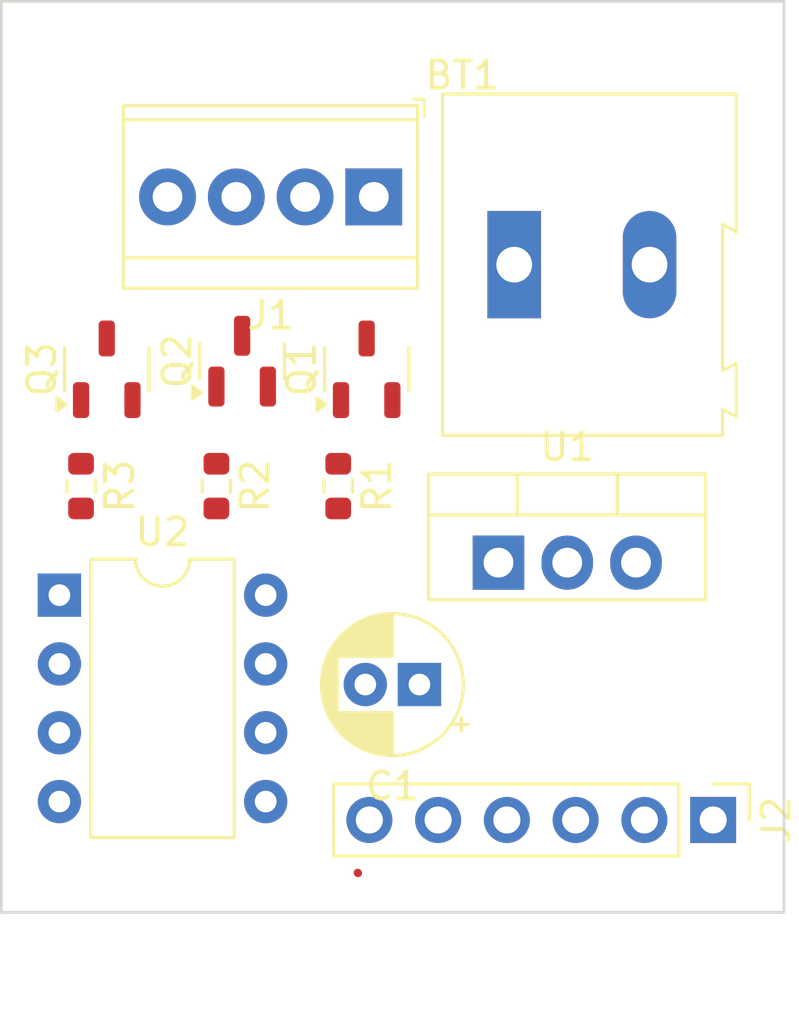
<source format=kicad_pcb>
(kicad_pcb (version 20240108) (generator "pcbnew") (generator_version "8.0")
  (layers (0 "F.Cu" signal) (31 "B.Cu" signal) (34 "B.Paste" user) (35 "F.Paste" user) (36 "B.SilkS" user "B.Silkscreen") (37 "F.SilkS" user "F.Silkscreen") (38 "B.Mask" user) (39 "F.Mask" user) (44 "Edge.Cuts" user))
  (net 0 "")
  (net 1 "Net-(J1-Pin_2)")
  (net 2 "GND")
  (net 3 "Net-(J1-Pin_3)")
  (net 4 "Net-(Q3-G)")
  (net 5 "Net-(J1-Pin_4)")
  (net 6 "Net-(BT1-+)")
  (net 8 "Net-(J2-Pin_1)")
  (net 9 "Net-(J2-Pin_3)")
  (net 10 "Net-(J2-Pin_4)")
  (net 11 "Net-(J2-Pin_5)")
  (net 12 "Net-(J2-Pin_6)")
  (footprint "Package_TO_SOT_SMD:SOT-23" (layer "F.Cu") (at 104.95 89.0625 90)
    (property "Reference" "Q2" (at 0 -2.4 90) (layer "F.SilkS"))
    (property "Value" "IRLML6244")
    (fp_line (start 0 -1.56) (end 0.65 -1.56) (stroke (width 0.12)) (layer "F.SilkS"))
    (fp_line (start 0 -1.56) (end -0.65 -1.56) (stroke (width 0.12)) (layer "F.SilkS"))
    (fp_line (start 0 1.56) (end 0.65 1.56) (stroke (width 0.12)) (layer "F.SilkS"))
    (fp_line (start 0 1.56) (end -0.65 1.56) (stroke (width 0.12)) (layer "F.SilkS"))
    (fp_poly (pts (xy -1.1625 -1.51) (xy -1.4025 -1.84) (xy -0.9225 -1.84) (xy -1.1625 -1.51)) (stroke (width 0.12)) (fill solid) (layer "F.SilkS"))
    (pad "1" smd roundrect (at -0.9375 -0.95 90) (size 1.475 0.6) (layers "F.Cu" "F.Paste" "F.Mask") (net 10 "Net-(J2-Pin_4)"))
    (pad "2" smd roundrect (at -0.9375 0.95 90) (size 1.475 0.6) (layers "F.Cu" "F.Paste" "F.Mask") (net 3 "Net-(J1-Pin_3)"))
    (pad "3" smd roundrect (at 0.9375 0 90) (size 1.475 0.6) (layers "F.Cu" "F.Paste" "F.Mask") (net 2 "GND"))
  )
  (footprint "Capacitor_THT:CP_Radial_D5.0mm_P2.00mm" (layer "F.Cu") (at 111.5 101 180)
    (property "Reference" "C1" (at 1 -3.75 360) (layer "F.SilkS"))
    (property "Value" "100nF")
    (fp_line (start 3.601 -0.284) (end 3.601 0.284) (stroke (width 0.12)) (layer "F.SilkS"))
    (fp_line (start 3.561 -0.518) (end 3.561 0.518) (stroke (width 0.12)) (layer "F.SilkS"))
    (fp_line (start 3.521 -0.677) (end 3.521 0.677) (stroke (width 0.12)) (layer "F.SilkS"))
    (fp_line (start 3.481 -0.805) (end 3.481 0.805) (stroke (width 0.12)) (layer "F.SilkS"))
    (fp_line (start 3.441 -0.915) (end 3.441 0.915) (stroke (width 0.12)) (layer "F.SilkS"))
    (fp_line (start 3.401 -1.011) (end 3.401 1.011) (stroke (width 0.12)) (layer "F.SilkS"))
    (fp_line (start 3.361 -1.098) (end 3.361 1.098) (stroke (width 0.12)) (layer "F.SilkS"))
    (fp_line (start 3.321 -1.178) (end 3.321 1.178) (stroke (width 0.12)) (layer "F.SilkS"))
    (fp_line (start 3.281 -1.251) (end 3.281 1.251) (stroke (width 0.12)) (layer "F.SilkS"))
    (fp_line (start 3.241 -1.319) (end 3.241 1.319) (stroke (width 0.12)) (layer "F.SilkS"))
    (fp_line (start 3.201 -1.383) (end 3.201 1.383) (stroke (width 0.12)) (layer "F.SilkS"))
    (fp_line (start 3.161 -1.443) (end 3.161 1.443) (stroke (width 0.12)) (layer "F.SilkS"))
    (fp_line (start 3.121 -1.5) (end 3.121 1.5) (stroke (width 0.12)) (layer "F.SilkS"))
    (fp_line (start 3.081 -1.554) (end 3.081 1.554) (stroke (width 0.12)) (layer "F.SilkS"))
    (fp_line (start 3.041 -1.605) (end 3.041 1.605) (stroke (width 0.12)) (layer "F.SilkS"))
    (fp_line (start 3.001 1.04) (end 3.001 1.653) (stroke (width 0.12)) (layer "F.SilkS"))
    (fp_line (start 3.001 -1.653) (end 3.001 -1.04) (stroke (width 0.12)) (layer "F.SilkS"))
    (fp_line (start 2.961 1.04) (end 2.961 1.699) (stroke (width 0.12)) (layer "F.SilkS"))
    (fp_line (start 2.961 -1.699) (end 2.961 -1.04) (stroke (width 0.12)) (layer "F.SilkS"))
    (fp_line (start 2.921 1.04) (end 2.921 1.743) (stroke (width 0.12)) (layer "F.SilkS"))
    (fp_line (start 2.921 -1.743) (end 2.921 -1.04) (stroke (width 0.12)) (layer "F.SilkS"))
    (fp_line (start 2.881 1.04) (end 2.881 1.785) (stroke (width 0.12)) (layer "F.SilkS"))
    (fp_line (start 2.881 -1.785) (end 2.881 -1.04) (stroke (width 0.12)) (layer "F.SilkS"))
    (fp_line (start 2.841 1.04) (end 2.841 1.826) (stroke (width 0.12)) (layer "F.SilkS"))
    (fp_line (start 2.841 -1.826) (end 2.841 -1.04) (stroke (width 0.12)) (layer "F.SilkS"))
    (fp_line (start 2.801 1.04) (end 2.801 1.864) (stroke (width 0.12)) (layer "F.SilkS"))
    (fp_line (start 2.801 -1.864) (end 2.801 -1.04) (stroke (width 0.12)) (layer "F.SilkS"))
    (fp_line (start 2.761 1.04) (end 2.761 1.901) (stroke (width 0.12)) (layer "F.SilkS"))
    (fp_line (start 2.761 -1.901) (end 2.761 -1.04) (stroke (width 0.12)) (layer "F.SilkS"))
    (fp_line (start 2.721 1.04) (end 2.721 1.937) (stroke (width 0.12)) (layer "F.SilkS"))
    (fp_line (start 2.721 -1.937) (end 2.721 -1.04) (stroke (width 0.12)) (layer "F.SilkS"))
    (fp_line (start 2.681 1.04) (end 2.681 1.971) (stroke (width 0.12)) (layer "F.SilkS"))
    (fp_line (start 2.681 -1.971) (end 2.681 -1.04) (stroke (width 0.12)) (layer "F.SilkS"))
    (fp_line (start 2.641 1.04) (end 2.641 2.004) (stroke (width 0.12)) (layer "F.SilkS"))
    (fp_line (start 2.641 -2.004) (end 2.641 -1.04) (stroke (width 0.12)) (layer "F.SilkS"))
    (fp_line (start 2.601 1.04) (end 2.601 2.035) (stroke (width 0.12)) (layer "F.SilkS"))
    (fp_line (start 2.601 -2.035) (end 2.601 -1.04) (stroke (width 0.12)) (layer "F.SilkS"))
    (fp_line (start 2.561 1.04) (end 2.561 2.065) (stroke (width 0.12)) (layer "F.SilkS"))
    (fp_line (start 2.561 -2.065) (end 2.561 -1.04) (stroke (width 0.12)) (layer "F.SilkS"))
    (fp_line (start 2.521 1.04) (end 2.521 2.095) (stroke (width 0.12)) (layer "F.SilkS"))
    (fp_line (start 2.521 -2.095) (end 2.521 -1.04) (stroke (width 0.12)) (layer "F.SilkS"))
    (fp_line (start 2.481 1.04) (end 2.481 2.122) (stroke (width 0.12)) (layer "F.SilkS"))
    (fp_line (start 2.481 -2.122) (end 2.481 -1.04) (stroke (width 0.12)) (layer "F.SilkS"))
    (fp_line (start 2.441 1.04) (end 2.441 2.149) (stroke (width 0.12)) (layer "F.SilkS"))
    (fp_line (start 2.441 -2.149) (end 2.441 -1.04) (stroke (width 0.12)) (layer "F.SilkS"))
    (fp_line (start 2.401 1.04) (end 2.401 2.175) (stroke (width 0.12)) (layer "F.SilkS"))
    (fp_line (start 2.401 -2.175) (end 2.401 -1.04) (stroke (width 0.12)) (layer "F.SilkS"))
    (fp_line (start 2.361 1.04) (end 2.361 2.2) (stroke (width 0.12)) (layer "F.SilkS"))
    (fp_line (start 2.361 -2.2) (end 2.361 -1.04) (stroke (width 0.12)) (layer "F.SilkS"))
    (fp_line (start 2.321 1.04) (end 2.321 2.224) (stroke (width 0.12)) (layer "F.SilkS"))
    (fp_line (start 2.321 -2.224) (end 2.321 -1.04) (stroke (width 0.12)) (layer "F.SilkS"))
    (fp_line (start 2.281 1.04) (end 2.281 2.247) (stroke (width 0.12)) (layer "F.SilkS"))
    (fp_line (start 2.281 -2.247) (end 2.281 -1.04) (stroke (width 0.12)) (layer "F.SilkS"))
    (fp_line (start 2.241 1.04) (end 2.241 2.268) (stroke (width 0.12)) (layer "F.SilkS"))
    (fp_line (start 2.241 -2.268) (end 2.241 -1.04) (stroke (width 0.12)) (layer "F.SilkS"))
    (fp_line (start 2.201 1.04) (end 2.201 2.29) (stroke (width 0.12)) (layer "F.SilkS"))
    (fp_line (start 2.201 -2.29) (end 2.201 -1.04) (stroke (width 0.12)) (layer "F.SilkS"))
    (fp_line (start 2.161 1.04) (end 2.161 2.31) (stroke (width 0.12)) (layer "F.SilkS"))
    (fp_line (start 2.161 -2.31) (end 2.161 -1.04) (stroke (width 0.12)) (layer "F.SilkS"))
    (fp_line (start 2.121 1.04) (end 2.121 2.329) (stroke (width 0.12)) (layer "F.SilkS"))
    (fp_line (start 2.121 -2.329) (end 2.121 -1.04) (stroke (width 0.12)) (layer "F.SilkS"))
    (fp_line (start 2.081 1.04) (end 2.081 2.348) (stroke (width 0.12)) (layer "F.SilkS"))
    (fp_line (start 2.081 -2.348) (end 2.081 -1.04) (stroke (width 0.12)) (layer "F.SilkS"))
    (fp_line (start 2.041 1.04) (end 2.041 2.365) (stroke (width 0.12)) (layer "F.SilkS"))
    (fp_line (start 2.041 -2.365) (end 2.041 -1.04) (stroke (width 0.12)) (layer "F.SilkS"))
    (fp_line (start 2.001 1.04) (end 2.001 2.382) (stroke (width 0.12)) (layer "F.SilkS"))
    (fp_line (start 2.001 -2.382) (end 2.001 -1.04) (stroke (width 0.12)) (layer "F.SilkS"))
    (fp_line (start 1.961 1.04) (end 1.961 2.398) (stroke (width 0.12)) (layer "F.SilkS"))
    (fp_line (start 1.961 -2.398) (end 1.961 -1.04) (stroke (width 0.12)) (layer "F.SilkS"))
    (fp_line (start 1.921 1.04) (end 1.921 2.414) (stroke (width 0.12)) (layer "F.SilkS"))
    (fp_line (start 1.921 -2.414) (end 1.921 -1.04) (stroke (width 0.12)) (layer "F.SilkS"))
    (fp_line (start 1.881 1.04) (end 1.881 2.428) (stroke (width 0.12)) (layer "F.SilkS"))
    (fp_line (start 1.881 -2.428) (end 1.881 -1.04) (stroke (width 0.12)) (layer "F.SilkS"))
    (fp_line (start 1.841 1.04) (end 1.841 2.442) (stroke (width 0.12)) (layer "F.SilkS"))
    (fp_line (start 1.841 -2.442) (end 1.841 -1.04) (stroke (width 0.12)) (layer "F.SilkS"))
    (fp_line (start 1.801 1.04) (end 1.801 2.455) (stroke (width 0.12)) (layer "F.SilkS"))
    (fp_line (start 1.801 -2.455) (end 1.801 -1.04) (stroke (width 0.12)) (layer "F.SilkS"))
    (fp_line (start 1.761 1.04) (end 1.761 2.468) (stroke (width 0.12)) (layer "F.SilkS"))
    (fp_line (start 1.761 -2.468) (end 1.761 -1.04) (stroke (width 0.12)) (layer "F.SilkS"))
    (fp_line (start 1.721 1.04) (end 1.721 2.48) (stroke (width 0.12)) (layer "F.SilkS"))
    (fp_line (start 1.721 -2.48) (end 1.721 -1.04) (stroke (width 0.12)) (layer "F.SilkS"))
    (fp_line (start 1.68 1.04) (end 1.68 2.491) (stroke (width 0.12)) (layer "F.SilkS"))
    (fp_line (start 1.68 -2.491) (end 1.68 -1.04) (stroke (width 0.12)) (layer "F.SilkS"))
    (fp_line (start 1.64 1.04) (end 1.64 2.501) (stroke (width 0.12)) (layer "F.SilkS"))
    (fp_line (start 1.64 -2.501) (end 1.64 -1.04) (stroke (width 0.12)) (layer "F.SilkS"))
    (fp_line (start 1.6 1.04) (end 1.6 2.511) (stroke (width 0.12)) (layer "F.SilkS"))
    (fp_line (start 1.6 -2.511) (end 1.6 -1.04) (stroke (width 0.12)) (layer "F.SilkS"))
    (fp_line (start 1.56 1.04) (end 1.56 2.52) (stroke (width 0.12)) (layer "F.SilkS"))
    (fp_line (start 1.56 -2.52) (end 1.56 -1.04) (stroke (width 0.12)) (layer "F.SilkS"))
    (fp_line (start 1.52 1.04) (end 1.52 2.528) (stroke (width 0.12)) (layer "F.SilkS"))
    (fp_line (start 1.52 -2.528) (end 1.52 -1.04) (stroke (width 0.12)) (layer "F.SilkS"))
    (fp_line (start 1.48 1.04) (end 1.48 2.536) (stroke (width 0.12)) (layer "F.SilkS"))
    (fp_line (start 1.48 -2.536) (end 1.48 -1.04) (stroke (width 0.12)) (layer "F.SilkS"))
    (fp_line (start 1.44 1.04) (end 1.44 2.543) (stroke (width 0.12)) (layer "F.SilkS"))
    (fp_line (start 1.44 -2.543) (end 1.44 -1.04) (stroke (width 0.12)) (layer "F.SilkS"))
    (fp_line (start 1.4 1.04) (end 1.4 2.55) (stroke (width 0.12)) (layer "F.SilkS"))
    (fp_line (start 1.4 -2.55) (end 1.4 -1.04) (stroke (width 0.12)) (layer "F.SilkS"))
    (fp_line (start 1.36 1.04) (end 1.36 2.556) (stroke (width 0.12)) (layer "F.SilkS"))
    (fp_line (start 1.36 -2.556) (end 1.36 -1.04) (stroke (width 0.12)) (layer "F.SilkS"))
    (fp_line (start 1.32 1.04) (end 1.32 2.561) (stroke (width 0.12)) (layer "F.SilkS"))
    (fp_line (start 1.32 -2.561) (end 1.32 -1.04) (stroke (width 0.12)) (layer "F.SilkS"))
    (fp_line (start 1.28 1.04) (end 1.28 2.565) (stroke (width 0.12)) (layer "F.SilkS"))
    (fp_line (start 1.28 -2.565) (end 1.28 -1.04) (stroke (width 0.12)) (layer "F.SilkS"))
    (fp_line (start 1.24 1.04) (end 1.24 2.569) (stroke (width 0.12)) (layer "F.SilkS"))
    (fp_line (start 1.24 -2.569) (end 1.24 -1.04) (stroke (width 0.12)) (layer "F.SilkS"))
    (fp_line (start 1.2 1.04) (end 1.2 2.573) (stroke (width 0.12)) (layer "F.SilkS"))
    (fp_line (start 1.2 -2.573) (end 1.2 -1.04) (stroke (width 0.12)) (layer "F.SilkS"))
    (fp_line (start 1.16 1.04) (end 1.16 2.576) (stroke (width 0.12)) (layer "F.SilkS"))
    (fp_line (start 1.16 -2.576) (end 1.16 -1.04) (stroke (width 0.12)) (layer "F.SilkS"))
    (fp_line (start 1.12 1.04) (end 1.12 2.578) (stroke (width 0.12)) (layer "F.SilkS"))
    (fp_line (start 1.12 -2.578) (end 1.12 -1.04) (stroke (width 0.12)) (layer "F.SilkS"))
    (fp_line (start 1.08 1.04) (end 1.08 2.579) (stroke (width 0.12)) (layer "F.SilkS"))
    (fp_line (start 1.08 -2.579) (end 1.08 -1.04) (stroke (width 0.12)) (layer "F.SilkS"))
    (fp_line (start 1.04 1.04) (end 1.04 2.58) (stroke (width 0.12)) (layer "F.SilkS"))
    (fp_line (start 1.04 -2.58) (end 1.04 -1.04) (stroke (width 0.12)) (layer "F.SilkS"))
    (fp_line (start 1 1.04) (end 1 2.58) (stroke (width 0.12)) (layer "F.SilkS"))
    (fp_line (start 1 -2.58) (end 1 -1.04) (stroke (width 0.12)) (layer "F.SilkS"))
    (fp_line (start -1.554775 -1.725) (end -1.554775 -1.225) (stroke (width 0.12)) (layer "F.SilkS"))
    (fp_line (start -1.804775 -1.475) (end -1.304775 -1.475) (stroke (width 0.12)) (layer "F.SilkS"))
    (fp_circle (center 1 0) (end 3.62 0) (stroke (width 0.12)) (fill none) (layer "F.SilkS"))
    (pad "1" thru_hole rect (at 0 0 180) (size 1.6 1.6) (drill 0.8) (layers "*.Cu" "*.Mask") (net 2 "GND"))
    (pad "2" thru_hole circle (at 2 0 180) (size 1.6 1.6) (drill 0.8) (layers "*.Cu" "*.Mask") (net 8 "Net-(J2-Pin_1)"))
  )
  (footprint "Package_DIP:DIP-8_W7.62mm" (layer "F.Cu") (at 98.2 97.7)
    (property "Reference" "U2" (at 3.81 -2.33 0) (layer "F.SilkS"))
    (property "Value" "ATtiny45-20P")
    (fp_line (start 1.16 -1.33) (end 1.16 8.95) (stroke (width 0.12)) (layer "F.SilkS"))
    (fp_line (start 1.16 8.95) (end 6.46 8.95) (stroke (width 0.12)) (layer "F.SilkS"))
    (fp_line (start 2.81 -1.33) (end 1.16 -1.33) (stroke (width 0.12)) (layer "F.SilkS"))
    (fp_line (start 6.46 -1.33) (end 4.81 -1.33) (stroke (width 0.12)) (layer "F.SilkS"))
    (fp_line (start 6.46 8.95) (end 6.46 -1.33) (stroke (width 0.12)) (layer "F.SilkS"))
    (fp_arc (start 4.81 -1.33) (mid 3.81 -0.33) (end 2.81 -1.33) (stroke (width 0.12)) (layer "F.SilkS"))
    (pad "1" thru_hole rect (at 0 0) (size 1.6 1.6) (drill 0.8) (layers "*.Cu" "*.Mask") (net 12 "Net-(J2-Pin_6)"))
    (pad "2" thru_hole oval (at 0 2.54) (size 1.6 1.6) (drill 0.8) (layers "*.Cu" "*.Mask"))
    (pad "3" thru_hole oval (at 0 5.08) (size 1.6 1.6) (drill 0.8) (layers "*.Cu" "*.Mask") (net 4 "Net-(Q3-G)"))
    (pad "4" thru_hole oval (at 0 7.62) (size 1.6 1.6) (drill 0.8) (layers "*.Cu" "*.Mask") (net 2 "GND"))
    (pad "5" thru_hole oval (at 7.62 7.62) (size 1.6 1.6) (drill 0.8) (layers "*.Cu" "*.Mask") (net 9 "Net-(J2-Pin_3)"))
    (pad "6" thru_hole oval (at 7.62 5.08) (size 1.6 1.6) (drill 0.8) (layers "*.Cu" "*.Mask") (net 10 "Net-(J2-Pin_4)"))
    (pad "7" thru_hole oval (at 7.62 2.54) (size 1.6 1.6) (drill 0.8) (layers "*.Cu" "*.Mask") (net 11 "Net-(J2-Pin_5)"))
    (pad "8" thru_hole oval (at 7.62 0) (size 1.6 1.6) (drill 0.8) (layers "*.Cu" "*.Mask") (net 8 "Net-(J2-Pin_1)"))
  )
  (footprint "Package_TO_SOT_THT:TO-220-3_Vertical" (layer "F.Cu") (at 114.42 96.5)
    (property "Reference" "U1" (at 2.54 -4.27 0) (layer "F.SilkS"))
    (property "Value" "LM7805_TO220")
    (fp_line (start -2.58 -3.27) (end -2.58 1.371) (stroke (width 0.12)) (layer "F.SilkS"))
    (fp_line (start -2.58 -3.27) (end 7.66 -3.27) (stroke (width 0.12)) (layer "F.SilkS"))
    (fp_line (start -2.58 -1.76) (end 7.66 -1.76) (stroke (width 0.12)) (layer "F.SilkS"))
    (fp_line (start -2.58 1.371) (end 7.66 1.371) (stroke (width 0.12)) (layer "F.SilkS"))
    (fp_line (start 0.69 -3.27) (end 0.69 -1.76) (stroke (width 0.12)) (layer "F.SilkS"))
    (fp_line (start 4.391 -3.27) (end 4.391 -1.76) (stroke (width 0.12)) (layer "F.SilkS"))
    (fp_line (start 7.66 -3.27) (end 7.66 1.371) (stroke (width 0.12)) (layer "F.SilkS"))
    (pad "1" thru_hole rect (at 0 0) (size 1.905 2) (drill 1.1) (layers "*.Cu" "*.Mask") (net 6 "Net-(BT1-+)"))
    (pad "2" thru_hole oval (at 2.54 0) (size 1.905 2) (drill 1.1) (layers "*.Cu" "*.Mask") (net 2 "GND"))
    (pad "3" thru_hole oval (at 5.08 0) (size 1.905 2) (drill 1.1) (layers "*.Cu" "*.Mask") (net 8 "Net-(J2-Pin_1)"))
  )
  (footprint "Resistor_SMD:R_0603_1608Metric" (layer "F.Cu") (at 99 93.675 -90)
    (property "Reference" "R3" (at 0 -1.43 -90) (layer "F.SilkS"))
    (property "Value" "100k")
    (fp_line (start -0.237258 0.5225) (end 0.237258 0.5225) (stroke (width 0.12)) (layer "F.SilkS"))
    (fp_line (start -0.237258 -0.5225) (end 0.237258 -0.5225) (stroke (width 0.12)) (layer "F.SilkS"))
    (pad "1" smd roundrect (at -0.825 0 270) (size 0.8 0.95) (layers "F.Cu" "F.Paste" "F.Mask") (net 4 "Net-(Q3-G)"))
    (pad "2" smd roundrect (at 0.825 0 270) (size 0.8 0.95) (layers "F.Cu" "F.Paste" "F.Mask") (net 2 "GND"))
  )
  (footprint "Connector_PinHeader_2.54mm:PinHeader_1x06_P2.54mm_Vertical" (layer "F.Cu") (at 122.35 106 -90)
    (property "Reference" "J2" (at 0 -2.33 90) (layer "F.SilkS"))
    (property "Value" "Conn_01x06_Socket")
    (fp_line (start -1.33 14.03) (end 1.33 14.03) (stroke (width 0.12)) (layer "F.SilkS"))
    (fp_line (start -1.33 1.27) (end -1.33 14.03) (stroke (width 0.12)) (layer "F.SilkS"))
    (fp_line (start -1.33 1.27) (end 1.33 1.27) (stroke (width 0.12)) (layer "F.SilkS"))
    (fp_line (start 1.33 1.27) (end 1.33 14.03) (stroke (width 0.12)) (layer "F.SilkS"))
    (fp_line (start -1.33 0) (end -1.33 -1.33) (stroke (width 0.12)) (layer "F.SilkS"))
    (fp_line (start -1.33 -1.33) (end 0 -1.33) (stroke (width 0.12)) (layer "F.SilkS"))
    (pad "1" thru_hole rect (at 0 0 270) (size 1.7 1.7) (drill 1) (layers "*.Cu" "*.Mask") (net 8 "Net-(J2-Pin_1)"))
    (pad "2" thru_hole oval (at 0 2.54 270) (size 1.7 1.7) (drill 1) (layers "*.Cu" "*.Mask") (net 2 "GND"))
    (pad "3" thru_hole oval (at 0 5.08 270) (size 1.7 1.7) (drill 1) (layers "*.Cu" "*.Mask") (net 9 "Net-(J2-Pin_3)"))
    (pad "4" thru_hole oval (at 0 7.62 270) (size 1.7 1.7) (drill 1) (layers "*.Cu" "*.Mask") (net 10 "Net-(J2-Pin_4)"))
    (pad "5" thru_hole oval (at 0 10.16 270) (size 1.7 1.7) (drill 1) (layers "*.Cu" "*.Mask") (net 11 "Net-(J2-Pin_5)"))
    (pad "6" thru_hole oval (at 0 12.7 270) (size 1.7 1.7) (drill 1) (layers "*.Cu" "*.Mask") (net 12 "Net-(J2-Pin_6)"))
  )
  (footprint "Resistor_SMD:R_0603_1608Metric" (layer "F.Cu") (at 104 93.675 -90)
    (property "Reference" "R2" (at 0 -1.43 -90) (layer "F.SilkS"))
    (property "Value" "100k")
    (fp_line (start -0.237258 0.5225) (end 0.237258 0.5225) (stroke (width 0.12)) (layer "F.SilkS"))
    (fp_line (start -0.237258 -0.5225) (end 0.237258 -0.5225) (stroke (width 0.12)) (layer "F.SilkS"))
    (pad "1" smd roundrect (at -0.825 0 270) (size 0.8 0.95) (layers "F.Cu" "F.Paste" "F.Mask") (net 10 "Net-(J2-Pin_4)"))
    (pad "2" smd roundrect (at 0.825 0 270) (size 0.8 0.95) (layers "F.Cu" "F.Paste" "F.Mask") (net 2 "GND"))
  )
  (footprint "Resistor_SMD:R_0603_1608Metric" (layer "F.Cu") (at 108.5 93.675 -90)
    (property "Reference" "R1" (at 0 -1.43 -90) (layer "F.SilkS"))
    (property "Value" "100k")
    (fp_line (start -0.237258 0.5225) (end 0.237258 0.5225) (stroke (width 0.12)) (layer "F.SilkS"))
    (fp_line (start -0.237258 -0.5225) (end 0.237258 -0.5225) (stroke (width 0.12)) (layer "F.SilkS"))
    (pad "1" smd roundrect (at -0.825 0 270) (size 0.8 0.95) (layers "F.Cu" "F.Paste" "F.Mask") (net 9 "Net-(J2-Pin_3)"))
    (pad "2" smd roundrect (at 0.825 0 270) (size 0.8 0.95) (layers "F.Cu" "F.Paste" "F.Mask") (net 2 "GND"))
  )
  (footprint "TerminalBlock_TE-Connectivity:TerminalBlock_TE_282834-4_1x04_P2.54mm_Horizontal" (layer "F.Cu") (at 109.815 83 180)
    (property "Reference" "J1" (at 3.81 -4.37 360) (layer "F.SilkS"))
    (property "Value" "+12V_STRIP")
    (fp_line (start 9.241 -3.37) (end 9.241 3.37) (stroke (width 0.12)) (layer "F.SilkS"))
    (fp_line (start -1.62 3.37) (end 9.241 3.37) (stroke (width 0.12)) (layer "F.SilkS"))
    (fp_line (start -1.62 2.85) (end 9.241 2.85) (stroke (width 0.12)) (layer "F.SilkS"))
    (fp_line (start -1.62 -2.25) (end 9.241 -2.25) (stroke (width 0.12)) (layer "F.SilkS"))
    (fp_line (start -1.62 -3.37) (end 9.241 -3.37) (stroke (width 0.12)) (layer "F.SilkS"))
    (fp_line (start -1.62 -3.37) (end -1.62 3.37) (stroke (width 0.12)) (layer "F.SilkS"))
    (fp_line (start -1.86 3.61) (end -1.46 3.61) (stroke (width 0.12)) (layer "F.SilkS"))
    (fp_line (start -1.86 2.97) (end -1.86 3.61) (stroke (width 0.12)) (layer "F.SilkS"))
    (pad "1" thru_hole rect (at 0 0 180) (size 2.1 2.1) (drill 1.1) (layers "*.Cu" "*.Mask") (net 6 "Net-(BT1-+)"))
    (pad "2" thru_hole circle (at 2.54 0 180) (size 2.1 2.1) (drill 1.1) (layers "*.Cu" "*.Mask") (net 1 "Net-(J1-Pin_2)"))
    (pad "3" thru_hole circle (at 5.08 0 180) (size 2.1 2.1) (drill 1.1) (layers "*.Cu" "*.Mask") (net 3 "Net-(J1-Pin_3)"))
    (pad "4" thru_hole circle (at 7.62 0 180) (size 2.1 2.1) (drill 1.1) (layers "*.Cu" "*.Mask") (net 5 "Net-(J1-Pin_4)"))
  )
  (footprint "TerminalBlock:TerminalBlock_Altech_AK300-2_P5.00mm" (layer "F.Cu") (at 115 85.5)
    (property "Reference" "BT1" (at -1.92 -6.99 0) (layer "F.SilkS"))
    (property "Value" "B12V")
    (fp_line (start -2.65 -6.3) (end -2.65 6.3) (stroke (width 0.12)) (layer "F.SilkS"))
    (fp_line (start -2.65 6.3) (end 7.7 6.3) (stroke (width 0.12)) (layer "F.SilkS"))
    (fp_line (start 7.7 -1.5) (end 8.2 -1.2) (stroke (width 0.12)) (layer "F.SilkS"))
    (fp_line (start 7.7 3.9) (end 7.7 -1.5) (stroke (width 0.12)) (layer "F.SilkS"))
    (fp_line (start 7.7 5.35) (end 8.2 5.6) (stroke (width 0.12)) (layer "F.SilkS"))
    (fp_line (start 7.7 6.3) (end 7.7 5.35) (stroke (width 0.12)) (layer "F.SilkS"))
    (fp_line (start 8.2 -6.3) (end -2.65 -6.3) (stroke (width 0.12)) (layer "F.SilkS"))
    (fp_line (start 8.2 -1.2) (end 8.2 -6.3) (stroke (width 0.12)) (layer "F.SilkS"))
    (fp_line (start 8.2 3.65) (end 7.7 3.9) (stroke (width 0.12)) (layer "F.SilkS"))
    (fp_line (start 8.2 3.7) (end 8.2 3.65) (stroke (width 0.12)) (layer "F.SilkS"))
    (fp_line (start 8.2 5.6) (end 8.2 3.7) (stroke (width 0.12)) (layer "F.SilkS"))
    (pad "1" thru_hole rect (at 0 0) (size 1.98 3.96) (drill 1.32) (layers "*.Cu" "*.Mask") (net 6 "Net-(BT1-+)"))
    (pad "2" thru_hole oval (at 5 0) (size 1.98 3.96) (drill 1.32) (layers "*.Cu" "*.Mask") (net 2 "GND"))
  )
  (footprint "Package_TO_SOT_SMD:SOT-23-3" (layer "F.Cu") (at 109.55 89.3625 90)
    (property "Reference" "Q1" (at 0 -2.4 90) (layer "F.SilkS"))
    (property "Value" "IRLML6244")
    (fp_line (start 0 -1.56) (end 0.8 -1.56) (stroke (width 0.12)) (layer "F.SilkS"))
    (fp_line (start 0 -1.56) (end -0.8 -1.56) (stroke (width 0.12)) (layer "F.SilkS"))
    (fp_line (start 0 1.56) (end 0.8 1.56) (stroke (width 0.12)) (layer "F.SilkS"))
    (fp_line (start 0 1.56) (end -0.8 1.56) (stroke (width 0.12)) (layer "F.SilkS"))
    (fp_poly (pts (xy -1.3 -1.51) (xy -1.54 -1.84) (xy -1.06 -1.84) (xy -1.3 -1.51)) (stroke (width 0.12)) (fill solid) (layer "F.SilkS"))
    (pad "1" smd roundrect (at -1.1375 -0.95 90) (size 1.325 0.6) (layers "F.Cu" "F.Paste" "F.Mask") (net 9 "Net-(J2-Pin_3)"))
    (pad "2" smd roundrect (at -1.1375 0.95 90) (size 1.325 0.6) (layers "F.Cu" "F.Paste" "F.Mask") (net 1 "Net-(J1-Pin_2)"))
    (pad "3" smd roundrect (at 1.1375 0 90) (size 1.325 0.6) (layers "F.Cu" "F.Paste" "F.Mask") (net 2 "GND"))
  )
  (footprint "Package_TO_SOT_SMD:SOT-23-3" (layer "F.Cu") (at 99.95 89.3625 90)
    (property "Reference" "Q3" (at 0 -2.4 90) (layer "F.SilkS"))
    (property "Value" "IRLML6244")
    (fp_line (start 0 -1.56) (end 0.8 -1.56) (stroke (width 0.12)) (layer "F.SilkS"))
    (fp_line (start 0 -1.56) (end -0.8 -1.56) (stroke (width 0.12)) (layer "F.SilkS"))
    (fp_line (start 0 1.56) (end 0.8 1.56) (stroke (width 0.12)) (layer "F.SilkS"))
    (fp_line (start 0 1.56) (end -0.8 1.56) (stroke (width 0.12)) (layer "F.SilkS"))
    (fp_poly (pts (xy -1.3 -1.51) (xy -1.54 -1.84) (xy -1.06 -1.84) (xy -1.3 -1.51)) (stroke (width 0.12)) (fill solid) (layer "F.SilkS"))
    (pad "1" smd roundrect (at -1.1375 -0.95 90) (size 1.325 0.6) (layers "F.Cu" "F.Paste" "F.Mask") (net 4 "Net-(Q3-G)"))
    (pad "2" smd roundrect (at -1.1375 0.95 90) (size 1.325 0.6) (layers "F.Cu" "F.Paste" "F.Mask") (net 5 "Net-(J1-Pin_4)"))
    (pad "3" smd roundrect (at 1.1375 0 90) (size 1.325 0.6) (layers "F.Cu" "F.Paste" "F.Mask") (net 2 "GND"))
  )
  (gr_rect (start 96.056 75.78) (end 124.968 109.412) (stroke (width 0.1)) (fill none) (layer "Edge.Cuts"))
  (segment (start 109.22 107.95) (end 109.23 107.96) (width 0.3) (layer "F.Cu") (net 8))
)
</source>
